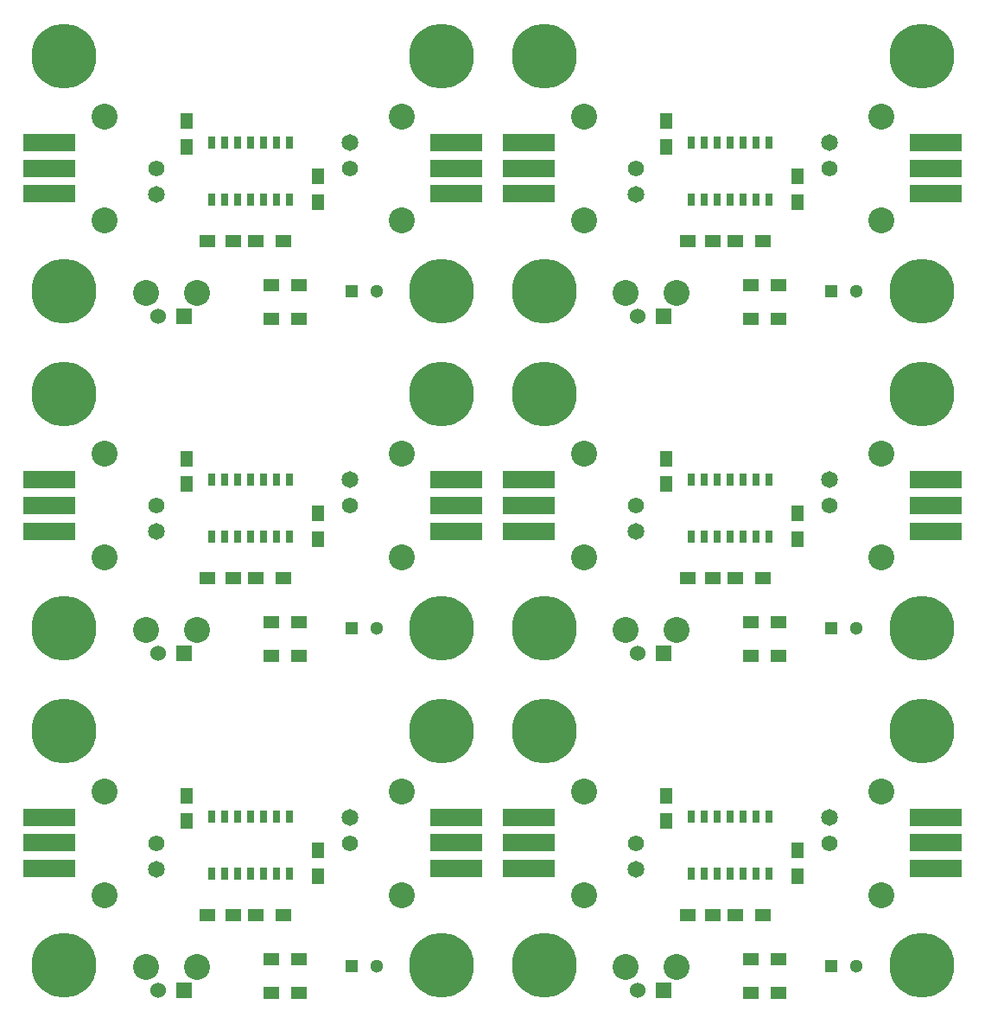
<source format=gts>
%MOIN*%
%OFA0B0*%
%FSLAX46Y46*%
%IPPOS*%
%LPD*%
%ADD10C,0.1*%
%ADD11R,0.025X0.05*%
%ADD12C,0.25*%
%ADD13C,0.062*%
%ADD14C,0.065*%
%ADD15R,0.060000000000000005X0.060000000000000005*%
%ADD16C,0.060000000000000005*%
%ADD17R,0.051181102362204731X0.051181102362204731*%
%ADD18C,0.051181102362204731*%
%ADD19R,0.059055118110236227X0.049212598425196853*%
%ADD20R,0.049212598425196853X0.059055118110236227*%
%ADD21R,0.059055118110236227X0.051181102362204731*%
%ADD22R,0.2X0.068897637795275593*%
%ADD33C,0.1*%
%ADD34R,0.025X0.05*%
%ADD35C,0.25*%
%ADD36C,0.062*%
%ADD37C,0.065*%
%ADD38R,0.060000000000000005X0.060000000000000005*%
%ADD39C,0.060000000000000005*%
%ADD40R,0.051181102362204731X0.051181102362204731*%
%ADD41C,0.051181102362204731*%
%ADD42R,0.059055118110236227X0.049212598425196853*%
%ADD43R,0.049212598425196853X0.059055118110236227*%
%ADD44R,0.059055118110236227X0.051181102362204731*%
%ADD45R,0.2X0.068897637795275593*%
%ADD46C,0.1*%
%ADD47R,0.025X0.05*%
%ADD48C,0.25*%
%ADD49C,0.062*%
%ADD50C,0.065*%
%ADD51R,0.060000000000000005X0.060000000000000005*%
%ADD52C,0.060000000000000005*%
%ADD53R,0.051181102362204731X0.051181102362204731*%
%ADD54C,0.051181102362204731*%
%ADD55R,0.059055118110236227X0.049212598425196853*%
%ADD56R,0.049212598425196853X0.059055118110236227*%
%ADD57R,0.059055118110236227X0.051181102362204731*%
%ADD58R,0.2X0.068897637795275593*%
%ADD59C,0.1*%
%ADD60R,0.025X0.05*%
%ADD61C,0.25*%
%ADD62C,0.062*%
%ADD63C,0.065*%
%ADD64R,0.060000000000000005X0.060000000000000005*%
%ADD65C,0.060000000000000005*%
%ADD66R,0.051181102362204731X0.051181102362204731*%
%ADD67C,0.051181102362204731*%
%ADD68R,0.059055118110236227X0.049212598425196853*%
%ADD69R,0.049212598425196853X0.059055118110236227*%
%ADD70R,0.059055118110236227X0.051181102362204731*%
%ADD71R,0.2X0.068897637795275593*%
%ADD72C,0.1*%
%ADD73R,0.025X0.05*%
%ADD74C,0.25*%
%ADD75C,0.062*%
%ADD76C,0.065*%
%ADD77R,0.060000000000000005X0.060000000000000005*%
%ADD78C,0.060000000000000005*%
%ADD79R,0.051181102362204731X0.051181102362204731*%
%ADD80C,0.051181102362204731*%
%ADD81R,0.059055118110236227X0.049212598425196853*%
%ADD82R,0.049212598425196853X0.059055118110236227*%
%ADD83R,0.059055118110236227X0.051181102362204731*%
%ADD84R,0.2X0.068897637795275593*%
%ADD85C,0.1*%
%ADD86R,0.025X0.05*%
%ADD87C,0.25*%
%ADD88C,0.062*%
%ADD89C,0.065*%
%ADD90R,0.060000000000000005X0.060000000000000005*%
%ADD91C,0.060000000000000005*%
%ADD92R,0.051181102362204731X0.051181102362204731*%
%ADD93C,0.051181102362204731*%
%ADD94R,0.059055118110236227X0.049212598425196853*%
%ADD95R,0.049212598425196853X0.059055118110236227*%
%ADD96R,0.059055118110236227X0.051181102362204731*%
%ADD97R,0.2X0.068897637795275593*%
G01*
D10*
X0000000000Y0001221653D02*
X0000670000Y0000151653D03*
X0000473149Y0000151653D03*
D11*
X0000725000Y0000511653D03*
X0000775000Y0000511653D03*
X0000825000Y0000511653D03*
X0000875000Y0000511653D03*
X0000925000Y0000511653D03*
X0000975000Y0000511653D03*
X0001025000Y0000511653D03*
X0001025000Y0000731653D03*
X0000975000Y0000731653D03*
X0000925000Y0000731653D03*
X0000875000Y0000731653D03*
X0000825000Y0000731653D03*
X0000775000Y0000731653D03*
X0000725000Y0000731653D03*
D12*
X0000157480Y0000157480D03*
X0001614173Y0001062992D03*
X0000157480Y0001062992D03*
D13*
X0000511811Y0000629921D03*
D14*
X0000511811Y0000529921D03*
D10*
X0000311811Y0000429921D03*
X0000311811Y0000829921D03*
D12*
X0001614173Y0000157480D03*
D13*
X0001259842Y0000629921D03*
D14*
X0001259842Y0000729921D03*
D10*
X0001459842Y0000829921D03*
X0001459842Y0000429921D03*
D15*
X0000620000Y0000061653D03*
D16*
X0000520000Y0000061653D03*
D17*
X0001265000Y0000156653D03*
D18*
X0001363425Y0000156653D03*
D19*
X0000809212Y0000351653D03*
X0000710787Y0000351653D03*
D20*
X0000629921Y0000714566D03*
X0000629921Y0000812992D03*
X0001135000Y0000600866D03*
X0001135000Y0000502440D03*
D21*
X0001063149Y0000051653D03*
X0000956850Y0000051653D03*
X0000896850Y0000351653D03*
X0001003149Y0000351653D03*
X0000956850Y0000181653D03*
X0001063149Y0000181653D03*
D22*
X0000100000Y0000730078D03*
X0000100000Y0000533228D03*
X0000100000Y0000631653D03*
X0001670000Y0000533228D03*
X0001670000Y0000730078D03*
X0001670000Y0000631653D03*
G04 next file*
G04 Gerber Fmt 4.6, Leading zero omitted, Abs format (unit mm)*
G04 Created by KiCad (PCBNEW (5.1.10)-1) date 2021-09-19 13:47:21*
G01*
G04 APERTURE LIST*
G04 APERTURE END LIST*
D33*
X0001850393Y0001221653D02*
X0002520393Y0000151653D03*
X0002323543Y0000151653D03*
D34*
X0002575393Y0000511653D03*
X0002625393Y0000511653D03*
X0002675393Y0000511653D03*
X0002725393Y0000511653D03*
X0002775393Y0000511653D03*
X0002825393Y0000511653D03*
X0002875393Y0000511653D03*
X0002875393Y0000731653D03*
X0002825393Y0000731653D03*
X0002775393Y0000731653D03*
X0002725393Y0000731653D03*
X0002675393Y0000731653D03*
X0002625393Y0000731653D03*
X0002575393Y0000731653D03*
D35*
X0002007874Y0000157480D03*
X0003464566Y0001062992D03*
X0002007874Y0001062992D03*
D36*
X0002362204Y0000629921D03*
D37*
X0002362204Y0000529921D03*
D33*
X0002162204Y0000429921D03*
X0002162204Y0000829921D03*
D35*
X0003464566Y0000157480D03*
D36*
X0003110236Y0000629921D03*
D37*
X0003110236Y0000729921D03*
D33*
X0003310236Y0000829921D03*
X0003310236Y0000429921D03*
D38*
X0002470393Y0000061653D03*
D39*
X0002370393Y0000061653D03*
D40*
X0003115393Y0000156653D03*
D41*
X0003213818Y0000156653D03*
D42*
X0002659606Y0000351653D03*
X0002561181Y0000351653D03*
D43*
X0002480314Y0000714566D03*
X0002480314Y0000812992D03*
X0002985393Y0000600866D03*
X0002985393Y0000502440D03*
D44*
X0002913543Y0000051653D03*
X0002807244Y0000051653D03*
X0002747244Y0000351653D03*
X0002853543Y0000351653D03*
X0002807244Y0000181653D03*
X0002913543Y0000181653D03*
D45*
X0001950393Y0000730078D03*
X0001950393Y0000533228D03*
X0001950393Y0000631653D03*
X0003520393Y0000533228D03*
X0003520393Y0000730078D03*
X0003520393Y0000631653D03*
G04 next file*
G04 Gerber Fmt 4.6, Leading zero omitted, Abs format (unit mm)*
G04 Created by KiCad (PCBNEW (5.1.10)-1) date 2021-09-19 13:47:21*
G01*
G04 APERTURE LIST*
G04 APERTURE END LIST*
D46*
X0000000000Y0002522047D02*
X0000670000Y0001452047D03*
X0000473149Y0001452047D03*
D47*
X0000725000Y0001812047D03*
X0000775000Y0001812047D03*
X0000825000Y0001812047D03*
X0000875000Y0001812047D03*
X0000925000Y0001812047D03*
X0000975000Y0001812047D03*
X0001025000Y0001812047D03*
X0001025000Y0002032047D03*
X0000975000Y0002032047D03*
X0000925000Y0002032047D03*
X0000875000Y0002032047D03*
X0000825000Y0002032047D03*
X0000775000Y0002032047D03*
X0000725000Y0002032047D03*
D48*
X0000157480Y0001457874D03*
X0001614173Y0002363385D03*
X0000157480Y0002363385D03*
D49*
X0000511811Y0001930314D03*
D50*
X0000511811Y0001830314D03*
D46*
X0000311811Y0001730314D03*
X0000311811Y0002130314D03*
D48*
X0001614173Y0001457874D03*
D49*
X0001259842Y0001930314D03*
D50*
X0001259842Y0002030314D03*
D46*
X0001459842Y0002130314D03*
X0001459842Y0001730314D03*
D51*
X0000620000Y0001362047D03*
D52*
X0000520000Y0001362047D03*
D53*
X0001265000Y0001457047D03*
D54*
X0001363425Y0001457047D03*
D55*
X0000809212Y0001652047D03*
X0000710787Y0001652047D03*
D56*
X0000629921Y0002014960D03*
X0000629921Y0002113385D03*
X0001135000Y0001901259D03*
X0001135000Y0001802834D03*
D57*
X0001063149Y0001352047D03*
X0000956850Y0001352047D03*
X0000896850Y0001652047D03*
X0001003149Y0001652047D03*
X0000956850Y0001482047D03*
X0001063149Y0001482047D03*
D58*
X0000100000Y0002030472D03*
X0000100000Y0001833622D03*
X0000100000Y0001932047D03*
X0001670000Y0001833622D03*
X0001670000Y0002030472D03*
X0001670000Y0001932047D03*
G04 next file*
G04 Gerber Fmt 4.6, Leading zero omitted, Abs format (unit mm)*
G04 Created by KiCad (PCBNEW (5.1.10)-1) date 2021-09-19 13:47:21*
G01*
G04 APERTURE LIST*
G04 APERTURE END LIST*
D59*
X0000000000Y0003822440D02*
X0000670000Y0002752440D03*
X0000473149Y0002752440D03*
D60*
X0000725000Y0003112440D03*
X0000775000Y0003112440D03*
X0000825000Y0003112440D03*
X0000875000Y0003112440D03*
X0000925000Y0003112440D03*
X0000975000Y0003112440D03*
X0001025000Y0003112440D03*
X0001025000Y0003332440D03*
X0000975000Y0003332440D03*
X0000925000Y0003332440D03*
X0000875000Y0003332440D03*
X0000825000Y0003332440D03*
X0000775000Y0003332440D03*
X0000725000Y0003332440D03*
D61*
X0000157480Y0002758267D03*
X0001614173Y0003663779D03*
X0000157480Y0003663779D03*
D62*
X0000511811Y0003230708D03*
D63*
X0000511811Y0003130708D03*
D59*
X0000311811Y0003030708D03*
X0000311811Y0003430708D03*
D61*
X0001614173Y0002758267D03*
D62*
X0001259842Y0003230708D03*
D63*
X0001259842Y0003330708D03*
D59*
X0001459842Y0003430708D03*
X0001459842Y0003030708D03*
D64*
X0000620000Y0002662440D03*
D65*
X0000520000Y0002662440D03*
D66*
X0001265000Y0002757440D03*
D67*
X0001363425Y0002757440D03*
D68*
X0000809212Y0002952440D03*
X0000710787Y0002952440D03*
D69*
X0000629921Y0003315354D03*
X0000629921Y0003413779D03*
X0001135000Y0003201653D03*
X0001135000Y0003103228D03*
D70*
X0001063149Y0002652440D03*
X0000956850Y0002652440D03*
X0000896850Y0002952440D03*
X0001003149Y0002952440D03*
X0000956850Y0002782440D03*
X0001063149Y0002782440D03*
D71*
X0000100000Y0003330866D03*
X0000100000Y0003134015D03*
X0000100000Y0003232440D03*
X0001670000Y0003134015D03*
X0001670000Y0003330866D03*
X0001670000Y0003232440D03*
G04 next file*
G04 Gerber Fmt 4.6, Leading zero omitted, Abs format (unit mm)*
G04 Created by KiCad (PCBNEW (5.1.10)-1) date 2021-09-19 13:47:21*
G01*
G04 APERTURE LIST*
G04 APERTURE END LIST*
D72*
X0001850393Y0002522047D02*
X0002520393Y0001452047D03*
X0002323543Y0001452047D03*
D73*
X0002575393Y0001812047D03*
X0002625393Y0001812047D03*
X0002675393Y0001812047D03*
X0002725393Y0001812047D03*
X0002775393Y0001812047D03*
X0002825393Y0001812047D03*
X0002875393Y0001812047D03*
X0002875393Y0002032047D03*
X0002825393Y0002032047D03*
X0002775393Y0002032047D03*
X0002725393Y0002032047D03*
X0002675393Y0002032047D03*
X0002625393Y0002032047D03*
X0002575393Y0002032047D03*
D74*
X0002007874Y0001457874D03*
X0003464566Y0002363385D03*
X0002007874Y0002363385D03*
D75*
X0002362204Y0001930314D03*
D76*
X0002362204Y0001830314D03*
D72*
X0002162204Y0001730314D03*
X0002162204Y0002130314D03*
D74*
X0003464566Y0001457874D03*
D75*
X0003110236Y0001930314D03*
D76*
X0003110236Y0002030314D03*
D72*
X0003310236Y0002130314D03*
X0003310236Y0001730314D03*
D77*
X0002470393Y0001362047D03*
D78*
X0002370393Y0001362047D03*
D79*
X0003115393Y0001457047D03*
D80*
X0003213818Y0001457047D03*
D81*
X0002659606Y0001652047D03*
X0002561181Y0001652047D03*
D82*
X0002480314Y0002014960D03*
X0002480314Y0002113385D03*
X0002985393Y0001901259D03*
X0002985393Y0001802834D03*
D83*
X0002913543Y0001352047D03*
X0002807244Y0001352047D03*
X0002747244Y0001652047D03*
X0002853543Y0001652047D03*
X0002807244Y0001482047D03*
X0002913543Y0001482047D03*
D84*
X0001950393Y0002030472D03*
X0001950393Y0001833622D03*
X0001950393Y0001932047D03*
X0003520393Y0001833622D03*
X0003520393Y0002030472D03*
X0003520393Y0001932047D03*
G04 next file*
G04 Gerber Fmt 4.6, Leading zero omitted, Abs format (unit mm)*
G04 Created by KiCad (PCBNEW (5.1.10)-1) date 2021-09-19 13:47:21*
G01*
G04 APERTURE LIST*
G04 APERTURE END LIST*
D85*
X0001850393Y0003822440D02*
X0002520393Y0002752440D03*
X0002323543Y0002752440D03*
D86*
X0002575393Y0003112440D03*
X0002625393Y0003112440D03*
X0002675393Y0003112440D03*
X0002725393Y0003112440D03*
X0002775393Y0003112440D03*
X0002825393Y0003112440D03*
X0002875393Y0003112440D03*
X0002875393Y0003332440D03*
X0002825393Y0003332440D03*
X0002775393Y0003332440D03*
X0002725393Y0003332440D03*
X0002675393Y0003332440D03*
X0002625393Y0003332440D03*
X0002575393Y0003332440D03*
D87*
X0002007874Y0002758267D03*
X0003464566Y0003663779D03*
X0002007874Y0003663779D03*
D88*
X0002362204Y0003230708D03*
D89*
X0002362204Y0003130708D03*
D85*
X0002162204Y0003030708D03*
X0002162204Y0003430708D03*
D87*
X0003464566Y0002758267D03*
D88*
X0003110236Y0003230708D03*
D89*
X0003110236Y0003330708D03*
D85*
X0003310236Y0003430708D03*
X0003310236Y0003030708D03*
D90*
X0002470393Y0002662440D03*
D91*
X0002370393Y0002662440D03*
D92*
X0003115393Y0002757440D03*
D93*
X0003213818Y0002757440D03*
D94*
X0002659606Y0002952440D03*
X0002561181Y0002952440D03*
D95*
X0002480314Y0003315354D03*
X0002480314Y0003413779D03*
X0002985393Y0003201653D03*
X0002985393Y0003103228D03*
D96*
X0002913543Y0002652440D03*
X0002807244Y0002652440D03*
X0002747244Y0002952440D03*
X0002853543Y0002952440D03*
X0002807244Y0002782440D03*
X0002913543Y0002782440D03*
D97*
X0001950393Y0003330866D03*
X0001950393Y0003134015D03*
X0001950393Y0003232440D03*
X0003520393Y0003134015D03*
X0003520393Y0003330866D03*
X0003520393Y0003232440D03*
M02*
</source>
